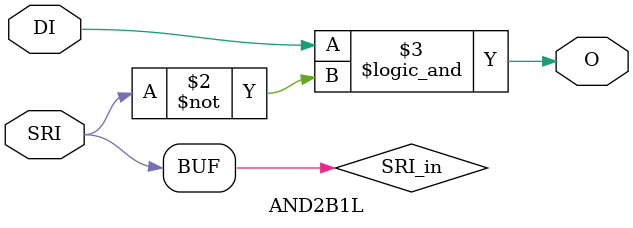
<source format=v>

`timescale  1 ps / 1 ps

`celldefine

module AND2B1L #(
  `ifdef XIL_TIMING
  parameter LOC = "UNPLACED",
  `endif
  parameter [0:0] IS_SRI_INVERTED = 1'b0
)(
  output O,
  
  input DI,
  input SRI
);
  
    wire SRI_in;

    assign SRI_in = IS_SRI_INVERTED ^ SRI;

    assign O = DI && ~SRI_in;

endmodule
`endcelldefine

</source>
